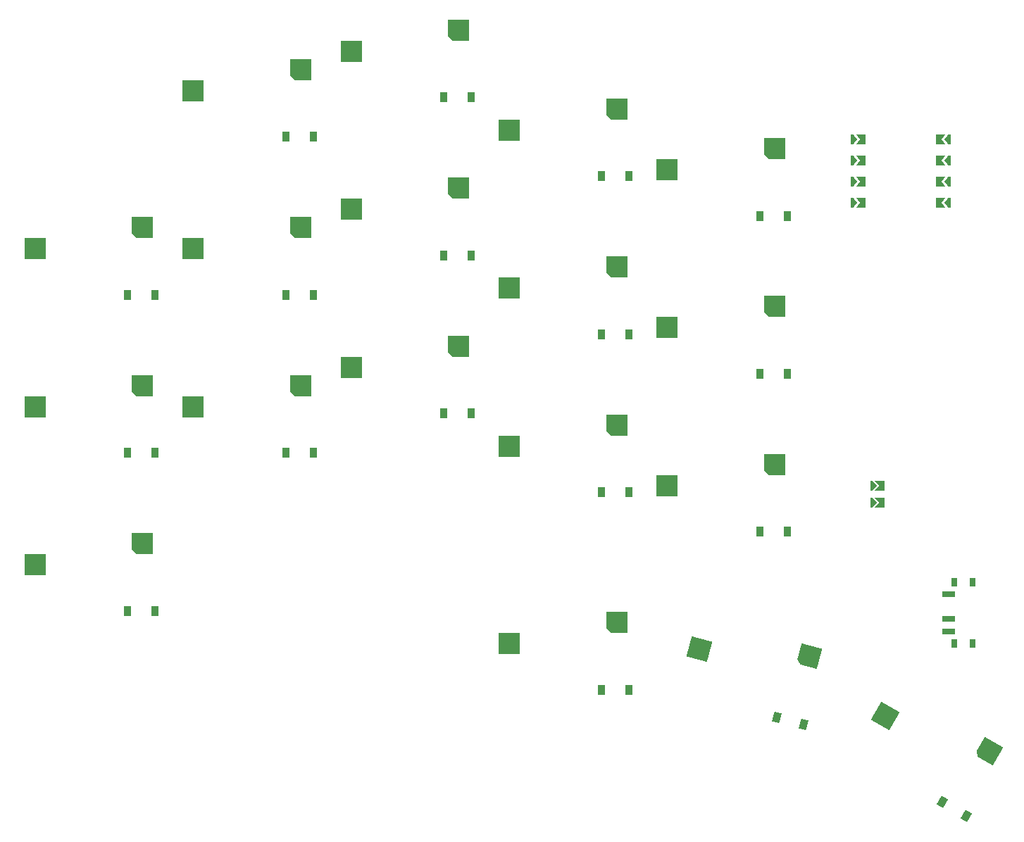
<source format=gbr>
%TF.GenerationSoftware,KiCad,Pcbnew,9.0.7*%
%TF.CreationDate,2026-01-25T01:01:47-05:00*%
%TF.ProjectId,pcb,7063622e-6b69-4636-9164-5f7063625858,rev?*%
%TF.SameCoordinates,Original*%
%TF.FileFunction,Paste,Bot*%
%TF.FilePolarity,Positive*%
%FSLAX46Y46*%
G04 Gerber Fmt 4.6, Leading zero omitted, Abs format (unit mm)*
G04 Created by KiCad (PCBNEW 9.0.7) date 2026-01-25 01:01:47*
%MOMM*%
%LPD*%
G01*
G04 APERTURE LIST*
G04 Aperture macros list*
%AMRotRect*
0 Rectangle, with rotation*
0 The origin of the aperture is its center*
0 $1 length*
0 $2 width*
0 $3 Rotation angle, in degrees counterclockwise*
0 Add horizontal line*
21,1,$1,$2,0,0,$3*%
%AMOutline5P*
0 Free polygon, 5 corners , with rotation*
0 The origin of the aperture is its center*
0 number of corners: always 5*
0 $1 to $10 corner X, Y*
0 $11 Rotation angle, in degrees counterclockwise*
0 create outline with 5 corners*
4,1,5,$1,$2,$3,$4,$5,$6,$7,$8,$9,$10,$1,$2,$11*%
%AMOutline6P*
0 Free polygon, 6 corners , with rotation*
0 The origin of the aperture is its center*
0 number of corners: always 6*
0 $1 to $12 corner X, Y*
0 $13 Rotation angle, in degrees counterclockwise*
0 create outline with 6 corners*
4,1,6,$1,$2,$3,$4,$5,$6,$7,$8,$9,$10,$11,$12,$1,$2,$13*%
%AMOutline7P*
0 Free polygon, 7 corners , with rotation*
0 The origin of the aperture is its center*
0 number of corners: always 7*
0 $1 to $14 corner X, Y*
0 $15 Rotation angle, in degrees counterclockwise*
0 create outline with 7 corners*
4,1,7,$1,$2,$3,$4,$5,$6,$7,$8,$9,$10,$11,$12,$13,$14,$1,$2,$15*%
%AMOutline8P*
0 Free polygon, 8 corners , with rotation*
0 The origin of the aperture is its center*
0 number of corners: always 8*
0 $1 to $16 corner X, Y*
0 $17 Rotation angle, in degrees counterclockwise*
0 create outline with 8 corners*
4,1,8,$1,$2,$3,$4,$5,$6,$7,$8,$9,$10,$11,$12,$13,$14,$15,$16,$1,$2,$17*%
%AMFreePoly0*
4,1,6,0.250000,0.000000,-0.250000,-0.625000,-0.500000,-0.625000,-0.500000,0.625000,-0.250000,0.625000,0.250000,0.000000,0.250000,0.000000,$1*%
%AMFreePoly1*
4,1,6,0.500000,-0.625000,-0.650000,-0.625000,-0.150000,0.000000,-0.650000,0.625000,0.500000,0.625000,0.500000,-0.625000,0.500000,-0.625000,$1*%
%AMFreePoly2*
4,1,6,0.600000,-0.200000,0.600000,-0.400000,-0.600000,-0.400000,-0.600000,-0.200000,0.000000,0.400000,0.600000,-0.200000,0.600000,-0.200000,$1*%
%AMFreePoly3*
4,1,6,0.600000,-1.000000,0.000000,-0.400000,-0.600000,-1.000000,-0.600000,0.250000,0.600000,0.250000,0.600000,-1.000000,0.600000,-1.000000,$1*%
G04 Aperture macros list end*
%ADD10R,2.550000X2.500000*%
%ADD11Outline5P,-1.275000X1.250000X1.275000X1.250000X1.275000X-1.250000X-0.775000X-1.250000X-1.275000X-0.750000X0.000000*%
%ADD12RotRect,2.550000X2.500000X345.000000*%
%ADD13Outline5P,-1.275000X1.250000X1.275000X1.250000X1.275000X-1.250000X-0.775000X-1.250000X-1.275000X-0.750000X345.000000*%
%ADD14RotRect,2.550000X2.500000X330.000000*%
%ADD15Outline5P,-1.275000X1.250000X1.275000X1.250000X1.275000X-1.250000X-0.775000X-1.250000X-1.275000X-0.750000X330.000000*%
%ADD16R,0.900000X1.200000*%
%ADD17RotRect,0.900000X1.200000X165.000000*%
%ADD18RotRect,0.900000X1.200000X150.000000*%
%ADD19FreePoly0,0.000000*%
%ADD20FreePoly1,0.000000*%
%ADD21FreePoly1,180.000000*%
%ADD22FreePoly0,180.000000*%
%ADD23FreePoly2,270.000000*%
%ADD24FreePoly3,270.000000*%
%ADD25R,0.800000X1.000000*%
%ADD26R,1.500000X0.700000*%
G04 APERTURE END LIST*
D10*
%TO.C,S1*%
X79915000Y-112460000D03*
D11*
X92842000Y-109920000D03*
%TD*%
D10*
%TO.C,S2*%
X79915000Y-93460000D03*
D11*
X92842000Y-90920000D03*
%TD*%
D10*
%TO.C,S3*%
X79915000Y-74460000D03*
D11*
X92842000Y-71920000D03*
%TD*%
D10*
%TO.C,S4*%
X98915000Y-93460000D03*
D11*
X111842000Y-90920000D03*
%TD*%
D10*
%TO.C,S5*%
X98915000Y-74460000D03*
D11*
X111842000Y-71920000D03*
%TD*%
D10*
%TO.C,S6*%
X98915000Y-55460000D03*
D11*
X111842000Y-52920000D03*
%TD*%
D10*
%TO.C,S7*%
X117915000Y-88710000D03*
D11*
X130842000Y-86170000D03*
%TD*%
D10*
%TO.C,S8*%
X117915000Y-69710000D03*
D11*
X130842000Y-67170000D03*
%TD*%
D10*
%TO.C,S9*%
X117915000Y-50710000D03*
D11*
X130842000Y-48170000D03*
%TD*%
D10*
%TO.C,S10*%
X136915000Y-98210000D03*
D11*
X149842000Y-95670000D03*
%TD*%
D10*
%TO.C,S11*%
X136915000Y-79210000D03*
D11*
X149842000Y-76670000D03*
%TD*%
D10*
%TO.C,S12*%
X136915000Y-60210000D03*
D11*
X149842000Y-57670000D03*
%TD*%
D10*
%TO.C,S13*%
X155915000Y-102960000D03*
D11*
X168842000Y-100420000D03*
%TD*%
D10*
%TO.C,S14*%
X155915000Y-83960000D03*
D11*
X168842000Y-81420000D03*
%TD*%
D10*
%TO.C,S15*%
X155915000Y-64960000D03*
D11*
X168842000Y-62420000D03*
%TD*%
D10*
%TO.C,S16*%
X136915000Y-121960000D03*
D11*
X149842000Y-119420000D03*
%TD*%
D12*
%TO.C,S17*%
X159813816Y-122587815D03*
D13*
X172957739Y-123480118D03*
%TD*%
D14*
%TO.C,S18*%
X182134210Y-130632795D03*
D15*
X194599320Y-134896591D03*
%TD*%
D16*
%TO.C,D1*%
X94350000Y-118000000D03*
X91050000Y-118000000D03*
%TD*%
%TO.C,D2*%
X94350000Y-99000000D03*
X91050000Y-99000000D03*
%TD*%
%TO.C,D3*%
X94350000Y-80000000D03*
X91050000Y-80000000D03*
%TD*%
%TO.C,D4*%
X113350000Y-99000000D03*
X110050000Y-99000000D03*
%TD*%
%TO.C,D5*%
X113350000Y-80000000D03*
X110050000Y-80000000D03*
%TD*%
%TO.C,D6*%
X113350000Y-61000000D03*
X110050000Y-61000000D03*
%TD*%
%TO.C,D7*%
X132350000Y-94250000D03*
X129050000Y-94250000D03*
%TD*%
%TO.C,D8*%
X132350000Y-75250000D03*
X129050000Y-75250000D03*
%TD*%
%TO.C,D9*%
X132350000Y-56250000D03*
X129050000Y-56250000D03*
%TD*%
%TO.C,D10*%
X151350000Y-103750000D03*
X148050000Y-103750000D03*
%TD*%
%TO.C,D11*%
X151350000Y-84750000D03*
X148050000Y-84750000D03*
%TD*%
%TO.C,D12*%
X151350000Y-65750000D03*
X148050000Y-65750000D03*
%TD*%
%TO.C,D13*%
X170350000Y-108500000D03*
X167050000Y-108500000D03*
%TD*%
%TO.C,D14*%
X170350000Y-89500000D03*
X167050000Y-89500000D03*
%TD*%
%TO.C,D15*%
X170350000Y-70500000D03*
X167050000Y-70500000D03*
%TD*%
%TO.C,D16*%
X151350000Y-127500000D03*
X148050000Y-127500000D03*
%TD*%
D17*
%TO.C,D17*%
X172323098Y-131675097D03*
X169135542Y-130820995D03*
%TD*%
D18*
%TO.C,D18*%
X191865287Y-142648076D03*
X189007403Y-140998076D03*
%TD*%
D19*
%TO.C,MCU1*%
X178500000Y-61300000D03*
D20*
X179225000Y-61300000D03*
D21*
X188775000Y-61300000D03*
D22*
X189500000Y-61300000D03*
D19*
X178500000Y-63840000D03*
D20*
X179225000Y-63840000D03*
D21*
X188775000Y-63840000D03*
D22*
X189500000Y-63840000D03*
D19*
X178500000Y-66380000D03*
D20*
X179225000Y-66380000D03*
D21*
X188775000Y-66380000D03*
D22*
X189500000Y-66380000D03*
D19*
X178500000Y-68920000D03*
D20*
X179225000Y-68920000D03*
D21*
X188775000Y-68920000D03*
D22*
X189500000Y-68920000D03*
%TD*%
D23*
%TO.C,JST1*%
X180800000Y-105000000D03*
X180800000Y-103000000D03*
D24*
X181816000Y-103000000D03*
X181816000Y-105000000D03*
%TD*%
D25*
%TO.C,PWR1*%
X190415000Y-114600000D03*
X192625000Y-114600000D03*
X190415000Y-121900000D03*
X192625000Y-121900000D03*
D26*
X189765000Y-116000000D03*
X189765000Y-119000000D03*
X189765000Y-120500000D03*
%TD*%
M02*

</source>
